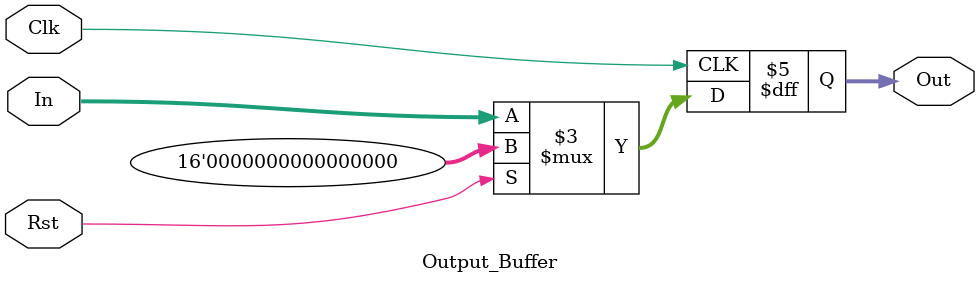
<source format=v>
module Output_Buffer (Clk,Rst,In,Out); 
  input Clk,Rst; 
  input [15:0]In;
  output [15:0]Out; 
  reg [15:0]Out; 
 
  always @(posedge Clk) 
    begin
    if(Rst)
	  Out=16'd0; 
	  else
	  Out = In; 
    end 
	
endmodule
</source>
